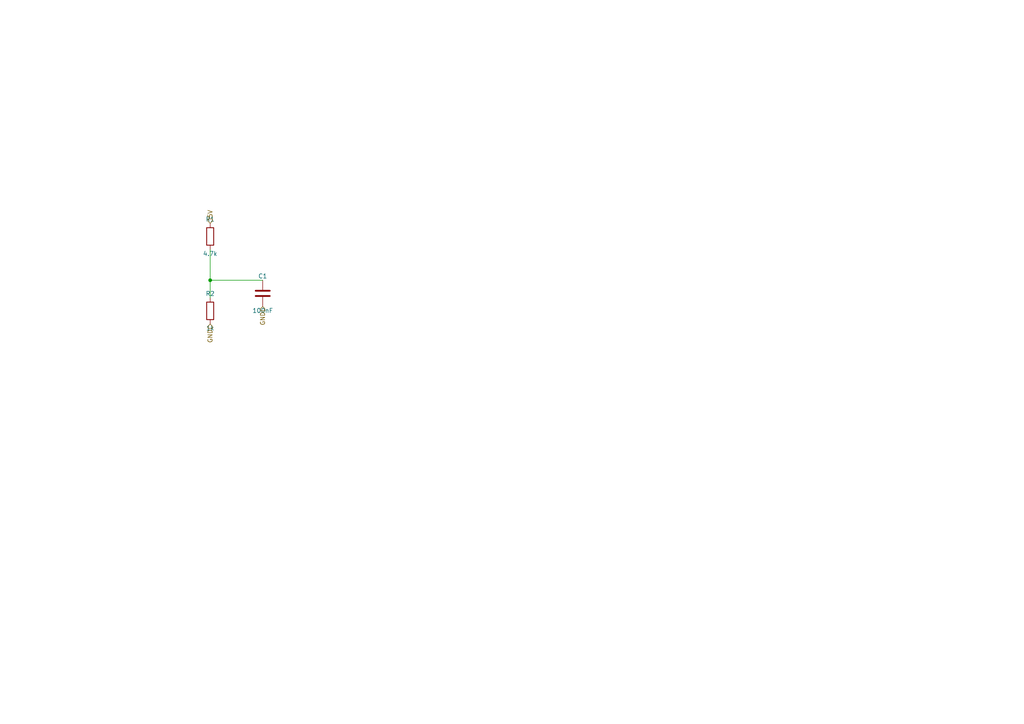
<source format=kicad_sch>
(kicad_sch (version 20250114) (generator "eeschema") (generator_version "9.0")
  (paper "A4")
  (title_block (title "resistor_divider") (date "2025-07-26") (company "Circuit-Synth"))
  (lib_symbols
    (symbol "Device:C" (pin_numbers (hide yes)) (pin_names (offset 0.254))
      (property "Reference" "C" (at 0 0 0))
      (property "Value" "C" (at 0 0 0))
      (symbol "C_0_1"
        (polyline (pts (xy -2.032 0.762) (xy 2.032 0.762)) (stroke (width 0.508)))
        (polyline (pts (xy -2.032 -0.762) (xy 2.032 -0.762)) (stroke (width 0.508)))
      )
      (symbol "C_1_1"
        (pin passive line (at 0 3.81 270) (length 2.794) (name "~") (number "1"))
        (pin passive line (at 0 -3.81 90) (length 2.794) (name "~") (number "2"))
      )
    )
    (symbol "Device:R" (pin_numbers (hide yes)) (pin_names (offset 0.254))
      (property "Reference" "R" (at 0 0 0))
      (property "Value" "R" (at 0 0 0))
      (symbol "R_0_1"
        (rectangle (start -1.016 -2.54) (end 1.016 2.54) (stroke (width 0.254)))
      )
      (symbol "R_1_1"
        (pin passive line (at 0 3.81 270) (length 1.27) (name "~") (number "1"))
        (pin passive line (at 0 -3.81 90) (length 1.27) (name "~") (number "2"))
      )
    )
  )
  (junction (at 60.96 81.28))
  (wire (pts (xy 60.96 81.28) (xy 60.96 72.39)))
  (wire (pts (xy 76.2 81.28) (xy 60.96 81.28)))
  (wire (pts (xy 60.96 81.28) (xy 60.96 86.36)))
  (hierarchical_label "5V" (shape input) (at 60.96 64.77 90))
  (hierarchical_label "GND" (shape input) (at 60.96 93.98 270))
  (hierarchical_label "GND" (shape input) (at 76.2 88.9 270))
  (symbol (lib_id "Device:R") (at 60.96 90.17 0) (unit 1)
    (property "Reference" "R2" (at 60.96 85.17 0))
    (property "Value" "1k" (at 60.96 95.17 0))
    (property "Footprint" "Resistor_SMD:R_0603_1608Metric" (effects (hide yes)))
  )
  (symbol (lib_id "Device:C") (at 76.2 85.09 0) (unit 1)
    (property "Reference" "C1" (at 76.2 80.09 0))
    (property "Value" "100nF" (at 76.2 90.09 0))
    (property "Footprint" "Capacitor_SMD:C_0603_1608Metric" (effects (hide yes)))
  )
  (symbol (lib_id "Device:R") (at 60.96 68.58 0) (unit 1)
    (property "Reference" "R1" (at 60.96 63.58 0))
    (property "Value" "4.7k" (at 60.96 73.58 0))
    (property "Footprint" "Resistor_SMD:R_0603_1608Metric" (effects (hide yes)))
  )
)
</source>
